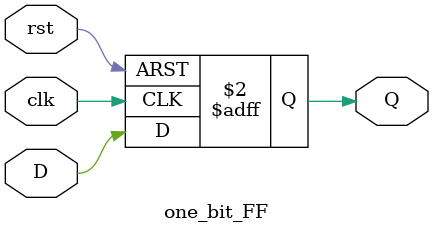
<source format=v>
`timescale 1ns / 1ps


module one_bit_FF(
    input D,
    input rst,
    input clk,
    output reg Q
    );
    always @(posedge clk or posedge rst) begin
    if(rst) begin
    Q <= 1'b0;
    end 
    else begin
    Q <= D;
    
    end
    end
endmodule

</source>
